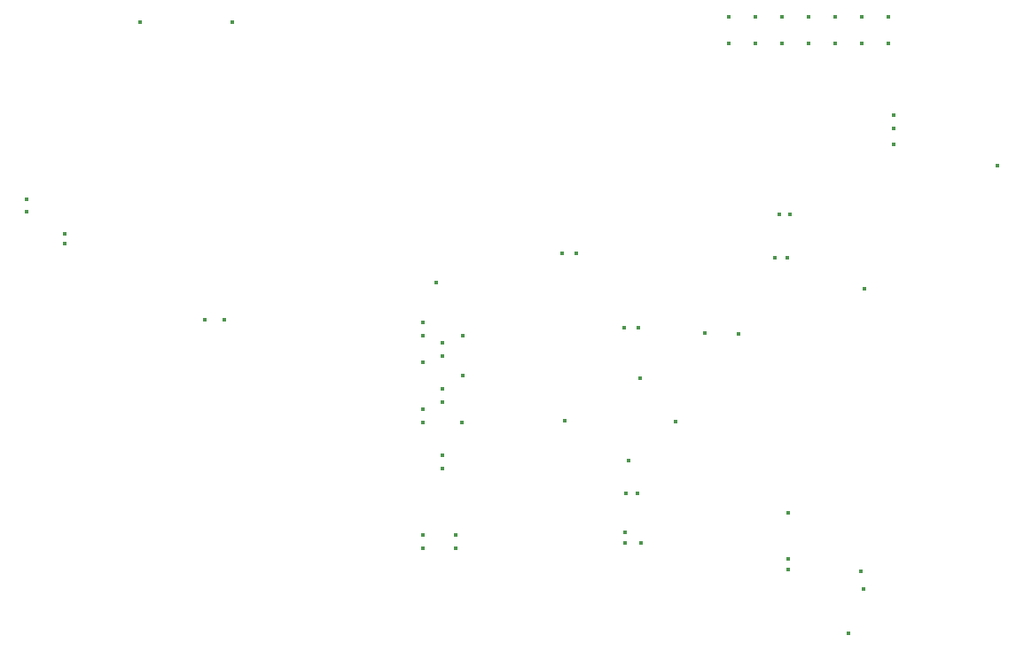
<source format=gbr>
%TF.GenerationSoftware,KiCad,Pcbnew,8.0.4*%
%TF.CreationDate,2024-10-07T11:54:42+07:00*%
%TF.ProjectId,System_Control,53797374-656d-45f4-936f-6e74726f6c2e,rev?*%
%TF.SameCoordinates,Original*%
%TF.FileFunction,Plated,2,4,Blind,Drill*%
%TF.FilePolarity,Positive*%
%FSLAX46Y46*%
G04 Gerber Fmt 4.6, Leading zero omitted, Abs format (unit mm)*
G04 Created by KiCad (PCBNEW 8.0.4) date 2024-10-07 11:54:42*
%MOMM*%
%LPD*%
G01*
G04 APERTURE LIST*
%TA.AperFunction,ViaDrill*%
%ADD10C,0.400000*%
%TD*%
G04 APERTURE END LIST*
D10*
X158604000Y-109109000D03*
X158604000Y-110302800D03*
X162287000Y-112436400D03*
X162287000Y-113350800D03*
X169424400Y-92218000D03*
X175672800Y-120666000D03*
X177527000Y-120589800D03*
X178263600Y-92218000D03*
X196450000Y-120920000D03*
X196450000Y-122190000D03*
X196450000Y-124730000D03*
X196450000Y-129175000D03*
X196450000Y-130445000D03*
X196450000Y-141240000D03*
X196450000Y-142510000D03*
X197720000Y-117110000D03*
X198355000Y-122825000D03*
X198355000Y-124095000D03*
X198355000Y-127270000D03*
X198355000Y-128540000D03*
X198355000Y-133620000D03*
X198355000Y-134890000D03*
X199625000Y-141240000D03*
X199625000Y-142510000D03*
X200213067Y-130414560D03*
X200244143Y-122194744D03*
X200260000Y-126000000D03*
X209753200Y-114309600D03*
X210013600Y-130292600D03*
X211105800Y-114309600D03*
X215703200Y-121383600D03*
X215754000Y-140986000D03*
X215754000Y-142002000D03*
X215855600Y-137226800D03*
X216084200Y-134128000D03*
X216947800Y-137226800D03*
X217049400Y-121383600D03*
X217176400Y-126254000D03*
X217278000Y-142002000D03*
X220554000Y-130337600D03*
X223348600Y-121936000D03*
X225660000Y-91710000D03*
X225660000Y-94250000D03*
X226574400Y-122012200D03*
X228200000Y-91710000D03*
X228200000Y-94250000D03*
X230105000Y-114697000D03*
X230486000Y-110531400D03*
X230740000Y-91710000D03*
X230740000Y-94250000D03*
X231248000Y-114697000D03*
X231317800Y-143526000D03*
X231324200Y-144516600D03*
X231349600Y-139081000D03*
X231502000Y-110556800D03*
X233280000Y-91710000D03*
X233280000Y-94250000D03*
X235820000Y-91710000D03*
X235820000Y-94250000D03*
X237115400Y-150612600D03*
X238262836Y-144675400D03*
X238360000Y-91710000D03*
X238360000Y-94250000D03*
X238538400Y-146370800D03*
X238614000Y-117694200D03*
X240900000Y-91710000D03*
X240900000Y-94250000D03*
X241408000Y-101108000D03*
X241408000Y-102378000D03*
X241408000Y-103902000D03*
X251314000Y-105857800D03*
M02*

</source>
